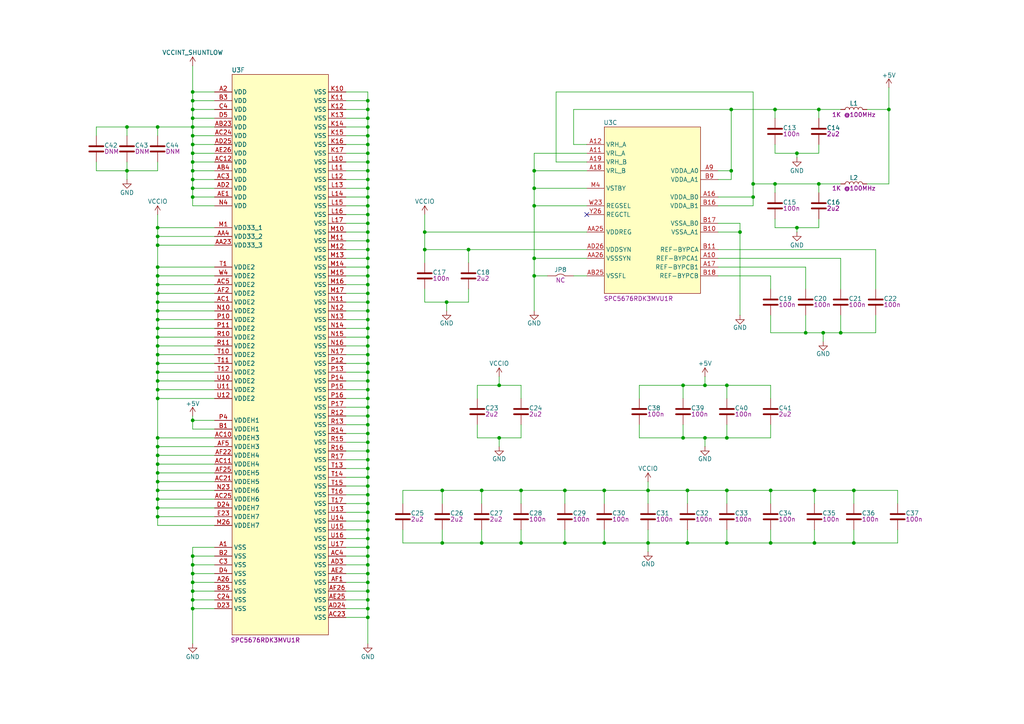
<source format=kicad_sch>
(kicad_sch (version 20231120) (generator "eeschema") (generator_version "8.0")
  (paper "A4")
  (junction (at 45.72 115.57))
  (junction (at 106.68 44.45))
  (junction (at 210.82 157.48))
  (junction (at 55.88 49.53))
  (junction (at 45.72 129.54))
  (junction (at 106.68 46.99))
  (junction (at 106.68 102.87))
  (junction (at 45.72 110.49))
  (junction (at 237.49 53.34))
  (junction (at 106.68 80.01))
  (junction (at 106.68 179.07))
  (junction (at 151.13 142.24))
  (junction (at 224.79 31.75))
  (junction (at 106.68 77.47))
  (junction (at 106.68 115.57))
  (junction (at 55.88 34.29))
  (junction (at 55.88 161.29))
  (junction (at 45.72 82.55))
  (junction (at 106.68 92.71))
  (junction (at 238.76 96.52))
  (junction (at 106.68 118.11))
  (junction (at 106.68 54.61))
  (junction (at 106.68 52.07))
  (junction (at 45.72 139.7))
  (junction (at 45.72 134.62))
  (junction (at 123.19 72.39))
  (junction (at 55.88 163.83))
  (junction (at 106.68 97.79))
  (junction (at 199.39 142.24))
  (junction (at 187.96 142.24))
  (junction (at 45.72 92.71))
  (junction (at 36.83 36.83))
  (junction (at 106.68 105.41))
  (junction (at 218.44 57.15))
  (junction (at 210.82 127))
  (junction (at 55.88 171.45))
  (junction (at 154.94 54.61))
  (junction (at 243.84 96.52))
  (junction (at 106.68 29.21))
  (junction (at 55.88 26.67))
  (junction (at 154.94 59.69))
  (junction (at 55.88 52.07))
  (junction (at 198.12 127))
  (junction (at 231.14 66.04))
  (junction (at 106.68 57.15))
  (junction (at 106.68 163.83))
  (junction (at 106.68 135.89))
  (junction (at 106.68 64.77))
  (junction (at 45.72 132.08))
  (junction (at 106.68 151.13))
  (junction (at 45.72 137.16))
  (junction (at 163.83 157.48))
  (junction (at 106.68 158.75))
  (junction (at 247.65 157.48))
  (junction (at 154.94 80.01))
  (junction (at 106.68 90.17))
  (junction (at 106.68 168.91))
  (junction (at 106.68 110.49))
  (junction (at 106.68 36.83))
  (junction (at 106.68 69.85))
  (junction (at 45.72 85.09))
  (junction (at 55.88 168.91))
  (junction (at 106.68 49.53))
  (junction (at 106.68 130.81))
  (junction (at 247.65 142.24))
  (junction (at 144.78 127))
  (junction (at 204.47 127))
  (junction (at 45.72 100.33))
  (junction (at 106.68 153.67))
  (junction (at 106.68 87.63))
  (junction (at 106.68 31.75))
  (junction (at 204.47 111.76))
  (junction (at 106.68 128.27))
  (junction (at 106.68 107.95))
  (junction (at 139.7 157.48))
  (junction (at 175.26 157.48))
  (junction (at 187.96 157.48))
  (junction (at 45.72 68.58))
  (junction (at 214.63 67.31))
  (junction (at 218.44 53.34))
  (junction (at 223.52 157.48))
  (junction (at 106.68 123.19))
  (junction (at 106.68 166.37))
  (junction (at 45.72 77.47))
  (junction (at 55.88 39.37))
  (junction (at 144.78 111.76))
  (junction (at 106.68 138.43))
  (junction (at 106.68 74.93))
  (junction (at 45.72 97.79))
  (junction (at 55.88 31.75))
  (junction (at 55.88 173.99))
  (junction (at 106.68 72.39))
  (junction (at 139.7 142.24))
  (junction (at 106.68 59.69))
  (junction (at 45.72 147.32))
  (junction (at 106.68 133.35))
  (junction (at 210.82 111.76))
  (junction (at 45.72 142.24))
  (junction (at 45.72 107.95))
  (junction (at 212.09 31.75))
  (junction (at 129.54 87.63))
  (junction (at 45.72 66.04))
  (junction (at 106.68 173.99))
  (junction (at 36.83 49.53))
  (junction (at 45.72 36.83))
  (junction (at 45.72 113.03))
  (junction (at 45.72 95.25))
  (junction (at 257.81 31.75))
  (junction (at 106.68 171.45))
  (junction (at 55.88 44.45))
  (junction (at 106.68 125.73))
  (junction (at 45.72 149.86))
  (junction (at 106.68 95.25))
  (junction (at 106.68 62.23))
  (junction (at 45.72 80.01))
  (junction (at 163.83 142.24))
  (junction (at 55.88 46.99))
  (junction (at 55.88 166.37))
  (junction (at 128.27 157.48))
  (junction (at 233.68 96.52))
  (junction (at 106.68 82.55))
  (junction (at 135.89 72.39))
  (junction (at 45.72 144.78))
  (junction (at 198.12 111.76))
  (junction (at 55.88 41.91))
  (junction (at 210.82 142.24))
  (junction (at 45.72 90.17))
  (junction (at 199.39 157.48))
  (junction (at 106.68 146.05))
  (junction (at 55.88 54.61))
  (junction (at 106.68 34.29))
  (junction (at 45.72 127))
  (junction (at 106.68 100.33))
  (junction (at 55.88 176.53))
  (junction (at 106.68 39.37))
  (junction (at 236.22 142.24))
  (junction (at 55.88 121.92))
  (junction (at 106.68 67.31))
  (junction (at 55.88 29.21))
  (junction (at 154.94 74.93))
  (junction (at 175.26 142.24))
  (junction (at 45.72 71.12))
  (junction (at 224.79 53.34))
  (junction (at 106.68 85.09))
  (junction (at 106.68 161.29))
  (junction (at 151.13 157.48))
  (junction (at 55.88 57.15))
  (junction (at 236.22 157.48))
  (junction (at 123.19 67.31))
  (junction (at 223.52 142.24))
  (junction (at 128.27 142.24))
  (junction (at 106.68 41.91))
  (junction (at 45.72 87.63))
  (junction (at 106.68 156.21))
  (junction (at 45.72 102.87))
  (junction (at 237.49 31.75))
  (junction (at 106.68 176.53))
  (junction (at 106.68 120.65))
  (junction (at 45.72 105.41))
  (junction (at 106.68 143.51))
  (junction (at 231.14 44.45))
  (junction (at 106.68 113.03))
  (junction (at 55.88 36.83))
  (junction (at 106.68 148.59))
  (junction (at 154.94 49.53))
  (junction (at 212.09 49.53))
  (junction (at 106.68 140.97))
  (no_connect (at 170.18 62.23))
  (wire (pts (xy 223.52 111.76) (xy 223.52 115.57)))
  (wire (pts (xy 55.88 57.15) (xy 55.88 59.69)))
  (wire (pts (xy 100.33 171.45) (xy 106.68 171.45)))
  (wire (pts (xy 27.94 36.83) (xy 36.83 36.83)))
  (wire (pts (xy 45.72 71.12) (xy 45.72 68.58)))
  (wire (pts (xy 106.68 57.15) (xy 106.68 59.69)))
  (wire (pts (xy 163.83 157.48) (xy 175.26 157.48)))
  (wire (pts (xy 231.14 66.04) (xy 237.49 66.04)))
  (wire (pts (xy 100.33 31.75) (xy 106.68 31.75)))
  (wire (pts (xy 100.33 44.45) (xy 106.68 44.45)))
  (wire (pts (xy 55.88 19.05) (xy 55.88 26.67)))
  (wire (pts (xy 45.72 152.4) (xy 45.72 149.86)))
  (wire (pts (xy 106.68 95.25) (xy 106.68 97.79)))
  (wire (pts (xy 247.65 142.24) (xy 260.35 142.24)))
  (wire (pts (xy 204.47 127) (xy 204.47 129.54)))
  (wire (pts (xy 100.33 125.73) (xy 106.68 125.73)))
  (wire (pts (xy 100.33 67.31) (xy 106.68 67.31)))
  (wire (pts (xy 55.88 121.92) (xy 55.88 124.46)))
  (wire (pts (xy 218.44 57.15) (xy 218.44 59.69)))
  (wire (pts (xy 45.72 97.79) (xy 62.23 97.79)))
  (wire (pts (xy 45.72 92.71) (xy 45.72 90.17)))
  (wire (pts (xy 204.47 127) (xy 210.82 127)))
  (wire (pts (xy 55.88 173.99) (xy 62.23 173.99)))
  (wire (pts (xy 151.13 127) (xy 151.13 123.19)))
  (wire (pts (xy 185.42 115.57) (xy 185.42 111.76)))
  (wire (pts (xy 106.68 135.89) (xy 106.68 138.43)))
  (wire (pts (xy 55.88 166.37) (xy 55.88 168.91)))
  (wire (pts (xy 212.09 49.53) (xy 212.09 31.75)))
  (wire (pts (xy 55.88 176.53) (xy 62.23 176.53)))
  (wire (pts (xy 106.68 92.71) (xy 106.68 95.25)))
  (wire (pts (xy 224.79 31.75) (xy 224.79 34.29)))
  (wire (pts (xy 100.33 128.27) (xy 106.68 128.27)))
  (wire (pts (xy 175.26 142.24) (xy 187.96 142.24)))
  (wire (pts (xy 100.33 54.61) (xy 106.68 54.61)))
  (wire (pts (xy 151.13 157.48) (xy 163.83 157.48)))
  (wire (pts (xy 100.33 74.93) (xy 106.68 74.93)))
  (wire (pts (xy 100.33 34.29) (xy 106.68 34.29)))
  (wire (pts (xy 236.22 142.24) (xy 247.65 142.24)))
  (wire (pts (xy 27.94 46.99) (xy 27.94 49.53)))
  (wire (pts (xy 100.33 102.87) (xy 106.68 102.87)))
  (wire (pts (xy 237.49 53.34) (xy 243.84 53.34)))
  (wire (pts (xy 45.72 66.04) (xy 45.72 68.58)))
  (wire (pts (xy 154.94 74.93) (xy 154.94 80.01)))
  (wire (pts (xy 100.33 29.21) (xy 106.68 29.21)))
  (wire (pts (xy 163.83 142.24) (xy 163.83 146.05)))
  (wire (pts (xy 154.94 49.53) (xy 170.18 49.53)))
  (wire (pts (xy 199.39 142.24) (xy 199.39 146.05)))
  (wire (pts (xy 100.33 115.57) (xy 106.68 115.57)))
  (wire (pts (xy 45.72 105.41) (xy 62.23 105.41)))
  (wire (pts (xy 100.33 113.03) (xy 106.68 113.03)))
  (wire (pts (xy 100.33 107.95) (xy 106.68 107.95)))
  (wire (pts (xy 208.28 72.39) (xy 254 72.39)))
  (wire (pts (xy 237.49 31.75) (xy 237.49 34.29)))
  (wire (pts (xy 100.33 151.13) (xy 106.68 151.13)))
  (wire (pts (xy 106.68 62.23) (xy 106.68 64.77)))
  (wire (pts (xy 62.23 152.4) (xy 45.72 152.4)))
  (wire (pts (xy 166.37 80.01) (xy 170.18 80.01)))
  (wire (pts (xy 123.19 87.63) (xy 129.54 87.63)))
  (wire (pts (xy 106.68 77.47) (xy 106.68 80.01)))
  (wire (pts (xy 154.94 59.69) (xy 154.94 74.93)))
  (wire (pts (xy 100.33 123.19) (xy 106.68 123.19)))
  (wire (pts (xy 45.72 62.23) (xy 45.72 66.04)))
  (wire (pts (xy 100.33 148.59) (xy 106.68 148.59)))
  (wire (pts (xy 100.33 153.67) (xy 106.68 153.67)))
  (wire (pts (xy 185.42 127) (xy 198.12 127)))
  (wire (pts (xy 236.22 153.67) (xy 236.22 157.48)))
  (wire (pts (xy 55.88 158.75) (xy 55.88 161.29)))
  (wire (pts (xy 175.26 142.24) (xy 175.26 146.05)))
  (wire (pts (xy 55.88 34.29) (xy 55.88 36.83)))
  (wire (pts (xy 45.72 132.08) (xy 62.23 132.08)))
  (wire (pts (xy 100.33 176.53) (xy 106.68 176.53)))
  (wire (pts (xy 106.68 44.45) (xy 106.68 46.99)))
  (wire (pts (xy 100.33 64.77) (xy 106.68 64.77)))
  (wire (pts (xy 154.94 59.69) (xy 170.18 59.69)))
  (wire (pts (xy 208.28 74.93) (xy 243.84 74.93)))
  (wire (pts (xy 128.27 153.67) (xy 128.27 157.48)))
  (wire (pts (xy 100.33 138.43) (xy 106.68 138.43)))
  (wire (pts (xy 45.72 132.08) (xy 45.72 129.54)))
  (wire (pts (xy 55.88 46.99) (xy 55.88 49.53)))
  (wire (pts (xy 45.72 71.12) (xy 62.23 71.12)))
  (wire (pts (xy 138.43 123.19) (xy 138.43 127)))
  (wire (pts (xy 251.46 31.75) (xy 257.81 31.75)))
  (wire (pts (xy 100.33 168.91) (xy 106.68 168.91)))
  (wire (pts (xy 260.35 142.24) (xy 260.35 146.05)))
  (wire (pts (xy 100.33 69.85) (xy 106.68 69.85)))
  (wire (pts (xy 106.68 151.13) (xy 106.68 153.67)))
  (wire (pts (xy 55.88 168.91) (xy 62.23 168.91)))
  (wire (pts (xy 45.72 49.53) (xy 45.72 46.99)))
  (wire (pts (xy 45.72 139.7) (xy 62.23 139.7)))
  (wire (pts (xy 45.72 147.32) (xy 45.72 144.78)))
  (wire (pts (xy 223.52 142.24) (xy 236.22 142.24)))
  (wire (pts (xy 45.72 129.54) (xy 45.72 127)))
  (wire (pts (xy 100.33 110.49) (xy 106.68 110.49)))
  (wire (pts (xy 55.88 34.29) (xy 62.23 34.29)))
  (wire (pts (xy 154.94 54.61) (xy 154.94 59.69)))
  (wire (pts (xy 45.72 144.78) (xy 45.72 142.24)))
  (wire (pts (xy 55.88 161.29) (xy 55.88 163.83)))
  (wire (pts (xy 128.27 157.48) (xy 139.7 157.48)))
  (wire (pts (xy 106.68 102.87) (xy 106.68 105.41)))
  (wire (pts (xy 233.68 91.44) (xy 233.68 96.52)))
  (wire (pts (xy 224.79 53.34) (xy 237.49 53.34)))
  (wire (pts (xy 210.82 142.24) (xy 210.82 146.05)))
  (wire (pts (xy 100.33 135.89) (xy 106.68 135.89)))
  (wire (pts (xy 212.09 49.53) (xy 208.28 49.53)))
  (wire (pts (xy 257.81 31.75) (xy 257.81 53.34)))
  (wire (pts (xy 55.88 41.91) (xy 62.23 41.91)))
  (wire (pts (xy 260.35 157.48) (xy 260.35 153.67)))
  (wire (pts (xy 100.33 120.65) (xy 106.68 120.65)))
  (wire (pts (xy 187.96 139.7) (xy 187.96 142.24)))
  (wire (pts (xy 55.88 39.37) (xy 55.88 41.91)))
  (wire (pts (xy 223.52 127) (xy 223.52 123.19)))
  (wire (pts (xy 106.68 31.75) (xy 106.68 34.29)))
  (wire (pts (xy 55.88 173.99) (xy 55.88 176.53)))
  (wire (pts (xy 116.84 142.24) (xy 116.84 146.05)))
  (wire (pts (xy 247.65 153.67) (xy 247.65 157.48)))
  (wire (pts (xy 55.88 161.29) (xy 62.23 161.29)))
  (wire (pts (xy 100.33 95.25) (xy 106.68 95.25)))
  (wire (pts (xy 55.88 31.75) (xy 62.23 31.75)))
  (wire (pts (xy 199.39 157.48) (xy 210.82 157.48)))
  (wire (pts (xy 135.89 72.39) (xy 135.89 76.2)))
  (wire (pts (xy 100.33 80.01) (xy 106.68 80.01)))
  (wire (pts (xy 175.26 157.48) (xy 187.96 157.48)))
  (wire (pts (xy 139.7 142.24) (xy 151.13 142.24)))
  (wire (pts (xy 100.33 36.83) (xy 106.68 36.83)))
  (wire (pts (xy 154.94 54.61) (xy 170.18 54.61)))
  (wire (pts (xy 45.72 144.78) (xy 62.23 144.78)))
  (wire (pts (xy 106.68 168.91) (xy 106.68 171.45)))
  (wire (pts (xy 27.94 49.53) (xy 36.83 49.53)))
  (wire (pts (xy 100.33 166.37) (xy 106.68 166.37)))
  (wire (pts (xy 237.49 31.75) (xy 243.84 31.75)))
  (wire (pts (xy 187.96 157.48) (xy 199.39 157.48)))
  (wire (pts (xy 116.84 153.67) (xy 116.84 157.48)))
  (wire (pts (xy 106.68 34.29) (xy 106.68 36.83)))
  (wire (pts (xy 55.88 54.61) (xy 62.23 54.61)))
  (wire (pts (xy 45.72 82.55) (xy 62.23 82.55)))
  (wire (pts (xy 55.88 171.45) (xy 55.88 173.99)))
  (wire (pts (xy 100.33 173.99) (xy 106.68 173.99)))
  (wire (pts (xy 62.23 129.54) (xy 45.72 129.54)))
  (wire (pts (xy 106.68 163.83) (xy 106.68 166.37)))
  (wire (pts (xy 106.68 29.21) (xy 106.68 31.75)))
  (wire (pts (xy 123.19 67.31) (xy 170.18 67.31)))
  (wire (pts (xy 45.72 100.33) (xy 45.72 97.79)))
  (wire (pts (xy 100.33 57.15) (xy 106.68 57.15)))
  (wire (pts (xy 106.68 97.79) (xy 106.68 100.33)))
  (wire (pts (xy 212.09 31.75) (xy 166.37 31.75)))
  (wire (pts (xy 45.72 95.25) (xy 62.23 95.25)))
  (wire (pts (xy 106.68 87.63) (xy 106.68 90.17)))
  (wire (pts (xy 208.28 77.47) (xy 233.68 77.47)))
  (wire (pts (xy 185.42 111.76) (xy 198.12 111.76)))
  (wire (pts (xy 45.72 110.49) (xy 62.23 110.49)))
  (wire (pts (xy 100.33 156.21) (xy 106.68 156.21)))
  (wire (pts (xy 106.68 54.61) (xy 106.68 57.15)))
  (wire (pts (xy 151.13 142.24) (xy 151.13 146.05)))
  (wire (pts (xy 45.72 134.62) (xy 62.23 134.62)))
  (wire (pts (xy 144.78 127) (xy 151.13 127)))
  (wire (pts (xy 106.68 130.81) (xy 106.68 133.35)))
  (wire (pts (xy 45.72 139.7) (xy 45.72 137.16)))
  (wire (pts (xy 187.96 157.48) (xy 187.96 160.02)))
  (wire (pts (xy 100.33 85.09) (xy 106.68 85.09)))
  (wire (pts (xy 100.33 82.55) (xy 106.68 82.55)))
  (wire (pts (xy 106.68 72.39) (xy 106.68 74.93)))
  (wire (pts (xy 100.33 90.17) (xy 106.68 90.17)))
  (wire (pts (xy 161.29 26.67) (xy 161.29 46.99)))
  (wire (pts (xy 257.81 25.4) (xy 257.81 31.75)))
  (wire (pts (xy 45.72 137.16) (xy 62.23 137.16)))
  (wire (pts (xy 212.09 52.07) (xy 212.09 49.53)))
  (wire (pts (xy 139.7 153.67) (xy 139.7 157.48)))
  (wire (pts (xy 116.84 142.24) (xy 128.27 142.24)))
  (wire (pts (xy 106.68 153.67) (xy 106.68 156.21)))
  (wire (pts (xy 233.68 96.52) (xy 238.76 96.52)))
  (wire (pts (xy 161.29 46.99) (xy 170.18 46.99)))
  (wire (pts (xy 199.39 142.24) (xy 210.82 142.24)))
  (wire (pts (xy 45.72 85.09) (xy 45.72 82.55)))
  (wire (pts (xy 36.83 36.83) (xy 45.72 36.83)))
  (wire (pts (xy 100.33 161.29) (xy 106.68 161.29)))
  (wire (pts (xy 45.72 127) (xy 45.72 115.57)))
  (wire (pts (xy 100.33 146.05) (xy 106.68 146.05)))
  (wire (pts (xy 106.68 161.29) (xy 106.68 163.83)))
  (wire (pts (xy 224.79 44.45) (xy 231.14 44.45)))
  (wire (pts (xy 163.83 142.24) (xy 175.26 142.24)))
  (wire (pts (xy 45.72 142.24) (xy 45.72 139.7)))
  (wire (pts (xy 45.72 113.03) (xy 62.23 113.03)))
  (wire (pts (xy 106.68 64.77) (xy 106.68 67.31)))
  (wire (pts (xy 198.12 111.76) (xy 198.12 115.57)))
  (wire (pts (xy 144.78 109.22) (xy 144.78 111.76)))
  (wire (pts (xy 55.88 120.65) (xy 55.88 121.92)))
  (wire (pts (xy 100.33 118.11) (xy 106.68 118.11)))
  (wire (pts (xy 45.72 80.01) (xy 45.72 77.47)))
  (wire (pts (xy 55.88 36.83) (xy 55.88 39.37)))
  (wire (pts (xy 218.44 26.67) (xy 218.44 53.34)))
  (wire (pts (xy 237.49 53.34) (xy 237.49 55.88)))
  (wire (pts (xy 106.68 39.37) (xy 106.68 41.91)))
  (wire (pts (xy 198.12 127) (xy 204.47 127)))
  (wire (pts (xy 187.96 142.24) (xy 199.39 142.24)))
  (wire (pts (xy 106.68 138.43) (xy 106.68 140.97)))
  (wire (pts (xy 236.22 157.48) (xy 247.65 157.48)))
  (wire (pts (xy 123.19 62.23) (xy 123.19 67.31)))
  (wire (pts (xy 45.72 147.32) (xy 62.23 147.32)))
  (wire (pts (xy 100.33 49.53) (xy 106.68 49.53)))
  (wire (pts (xy 106.68 120.65) (xy 106.68 123.19)))
  (wire (pts (xy 55.88 171.45) (xy 62.23 171.45)))
  (wire (pts (xy 210.82 111.76) (xy 210.82 115.57)))
  (wire (pts (xy 231.14 44.45) (xy 231.14 45.72)))
  (wire (pts (xy 55.88 31.75) (xy 55.88 34.29)))
  (wire (pts (xy 224.79 66.04) (xy 231.14 66.04)))
  (wire (pts (xy 236.22 142.24) (xy 236.22 146.05)))
  (wire (pts (xy 123.19 72.39) (xy 123.19 76.2)))
  (wire (pts (xy 55.88 176.53) (xy 55.88 186.69)))
  (wire (pts (xy 106.68 143.51) (xy 106.68 146.05)))
  (wire (pts (xy 45.72 77.47) (xy 45.72 71.12)))
  (wire (pts (xy 106.68 128.27) (xy 106.68 130.81)))
  (wire (pts (xy 55.88 166.37) (xy 62.23 166.37)))
  (wire (pts (xy 45.72 80.01) (xy 62.23 80.01)))
  (wire (pts (xy 45.72 102.87) (xy 45.72 100.33)))
  (wire (pts (xy 106.68 146.05) (xy 106.68 148.59)))
  (wire (pts (xy 106.68 85.09) (xy 106.68 87.63)))
  (wire (pts (xy 45.72 134.62) (xy 45.72 132.08)))
  (wire (pts (xy 212.09 52.07) (xy 208.28 52.07)))
  (wire (pts (xy 128.27 142.24) (xy 128.27 146.05)))
  (wire (pts (xy 151.13 111.76) (xy 151.13 115.57)))
  (wire (pts (xy 208.28 57.15) (xy 218.44 57.15)))
  (wire (pts (xy 254 96.52) (xy 254 91.44)))
  (wire (pts (xy 36.83 36.83) (xy 36.83 39.37)))
  (wire (pts (xy 45.72 102.87) (xy 62.23 102.87)))
  (wire (pts (xy 106.68 49.53) (xy 106.68 52.07)))
  (wire (pts (xy 210.82 127) (xy 223.52 127)))
  (wire (pts (xy 106.68 107.95) (xy 106.68 110.49)))
  (wire (pts (xy 224.79 66.04) (xy 224.79 63.5)))
  (wire (pts (xy 154.94 80.01) (xy 154.94 90.17)))
  (wire (pts (xy 106.68 156.21) (xy 106.68 158.75)))
  (wire (pts (xy 129.54 87.63) (xy 135.89 87.63)))
  (wire (pts (xy 45.72 90.17) (xy 62.23 90.17)))
  (wire (pts (xy 100.33 77.47) (xy 106.68 77.47)))
  (wire (pts (xy 231.14 66.04) (xy 231.14 67.31)))
  (wire (pts (xy 116.84 157.48) (xy 128.27 157.48)))
  (wire (pts (xy 100.33 62.23) (xy 106.68 62.23)))
  (wire (pts (xy 100.33 143.51) (xy 106.68 143.51)))
  (wire (pts (xy 45.72 149.86) (xy 62.23 149.86)))
  (wire (pts (xy 45.72 85.09) (xy 62.23 85.09)))
  (wire (pts (xy 163.83 153.67) (xy 163.83 157.48)))
  (wire (pts (xy 45.72 87.63) (xy 62.23 87.63)))
  (wire (pts (xy 247.65 157.48) (xy 260.35 157.48)))
  (wire (pts (xy 45.72 82.55) (xy 45.72 80.01)))
  (wire (pts (xy 45.72 100.33) (xy 62.23 100.33)))
  (wire (pts (xy 106.68 74.93) (xy 106.68 77.47)))
  (wire (pts (xy 154.94 49.53) (xy 154.94 54.61)))
  (wire (pts (xy 208.28 67.31) (xy 214.63 67.31)))
  (wire (pts (xy 106.68 123.19) (xy 106.68 125.73)))
  (wire (pts (xy 100.33 158.75) (xy 106.68 158.75)))
  (wire (pts (xy 106.68 41.91) (xy 106.68 44.45)))
  (wire (pts (xy 138.43 127) (xy 144.78 127)))
  (wire (pts (xy 45.72 105.41) (xy 45.72 102.87)))
  (wire (pts (xy 243.84 91.44) (xy 243.84 96.52)))
  (wire (pts (xy 166.37 41.91) (xy 170.18 41.91)))
  (wire (pts (xy 55.88 163.83) (xy 55.88 166.37)))
  (wire (pts (xy 55.88 168.91) (xy 55.88 171.45)))
  (wire (pts (xy 55.88 44.45) (xy 55.88 46.99)))
  (wire (pts (xy 106.68 26.67) (xy 106.68 29.21)))
  (wire (pts (xy 45.72 142.24) (xy 62.23 142.24)))
  (wire (pts (xy 129.54 87.63) (xy 129.54 90.17)))
  (wire (pts (xy 224.79 53.34) (xy 224.79 55.88)))
  (wire (pts (xy 36.83 46.99) (xy 36.83 49.53)))
  (wire (pts (xy 237.49 44.45) (xy 237.49 41.91)))
  (wire (pts (xy 62.23 115.57) (xy 45.72 115.57)))
  (wire (pts (xy 210.82 153.67) (xy 210.82 157.48)))
  (wire (pts (xy 223.52 80.01) (xy 223.52 83.82)))
  (wire (pts (xy 233.68 77.47) (xy 233.68 83.82)))
  (wire (pts (xy 55.88 26.67) (xy 62.23 26.67)))
  (wire (pts (xy 100.33 97.79) (xy 106.68 97.79)))
  (wire (pts (xy 45.72 113.03) (xy 45.72 110.49)))
  (wire (pts (xy 106.68 110.49) (xy 106.68 113.03)))
  (wire (pts (xy 55.88 29.21) (xy 55.88 31.75)))
  (wire (pts (xy 100.33 92.71) (xy 106.68 92.71)))
  (wire (pts (xy 198.12 111.76) (xy 204.47 111.76)))
  (wire (pts (xy 106.68 158.75) (xy 106.68 161.29)))
  (wire (pts (xy 100.33 41.91) (xy 106.68 41.91)))
  (wire (pts (xy 106.68 67.31) (xy 106.68 69.85)))
  (wire (pts (xy 100.33 130.81) (xy 106.68 130.81)))
  (wire (pts (xy 254 72.39) (xy 254 83.82)))
  (wire (pts (xy 45.72 115.57) (xy 45.72 113.03)))
  (wire (pts (xy 151.13 153.67) (xy 151.13 157.48)))
  (wire (pts (xy 106.68 140.97) (xy 106.68 143.51)))
  (wire (pts (xy 208.28 64.77) (xy 214.63 64.77)))
  (wire (pts (xy 45.72 68.58) (xy 62.23 68.58)))
  (wire (pts (xy 212.09 31.75) (xy 224.79 31.75)))
  (wire (pts (xy 62.23 66.04) (xy 45.72 66.04)))
  (wire (pts (xy 106.68 80.01) (xy 106.68 82.55)))
  (wire (pts (xy 106.68 46.99) (xy 106.68 49.53)))
  (wire (pts (xy 27.94 36.83) (xy 27.94 39.37)))
  (wire (pts (xy 106.68 115.57) (xy 106.68 118.11)))
  (wire (pts (xy 55.88 121.92) (xy 62.23 121.92)))
  (wire (pts (xy 100.33 87.63) (xy 106.68 87.63)))
  (wire (pts (xy 223.52 142.24) (xy 223.52 146.05)))
  (wire (pts (xy 210.82 111.76) (xy 223.52 111.76)))
  (wire (pts (xy 218.44 53.34) (xy 224.79 53.34)))
  (wire (pts (xy 185.42 123.19) (xy 185.42 127)))
  (wire (pts (xy 210.82 123.19) (xy 210.82 127)))
  (wire (pts (xy 139.7 157.48) (xy 151.13 157.48)))
  (wire (pts (xy 45.72 77.47) (xy 62.23 77.47)))
  (wire (pts (xy 175.26 153.67) (xy 175.26 157.48)))
  (wire (pts (xy 238.76 96.52) (xy 238.76 99.06)))
  (wire (pts (xy 106.68 52.07) (xy 106.68 54.61)))
  (wire (pts (xy 62.23 127) (xy 45.72 127)))
  (wire (pts (xy 204.47 109.22) (xy 204.47 111.76)))
  (wire (pts (xy 106.68 173.99) (xy 106.68 176.53)))
  (wire (pts (xy 100.33 140.97) (xy 106.68 140.97)))
  (wire (pts (xy 106.68 90.17) (xy 106.68 92.71)))
  (wire (pts (xy 170.18 44.45) (xy 154.94 44.45)))
  (wire (pts (xy 210.82 142.24) (xy 223.52 142.24)))
  (wire (pts (xy 100.33 133.35) (xy 106.68 133.35)))
  (wire (pts (xy 237.49 66.04) (xy 237.49 63.5)))
  (wire (pts (xy 154.94 44.45) (xy 154.94 49.53)))
  (wire (pts (xy 199.39 153.67) (xy 199.39 157.48)))
  (wire (pts (xy 55.88 52.07) (xy 62.23 52.07)))
  (wire (pts (xy 45.72 107.95) (xy 62.23 107.95)))
  (wire (pts (xy 106.68 133.35) (xy 106.68 135.89)))
  (wire (pts (xy 208.28 80.01) (xy 223.52 80.01)))
  (wire (pts (xy 55.88 54.61) (xy 55.88 57.15)))
  (wire (pts (xy 106.68 59.69) (xy 106.68 62.23)))
  (wire (pts (xy 55.88 57.15) (xy 62.23 57.15)))
  (wire (pts (xy 247.65 142.24) (xy 247.65 146.05)))
  (wire (pts (xy 100.33 100.33) (xy 106.68 100.33)))
  (wire (pts (xy 106.68 179.07) (xy 106.68 186.69)))
  (wire (pts (xy 223.52 91.44) (xy 223.52 96.52)))
  (wire (pts (xy 223.52 157.48) (xy 236.22 157.48)))
  (wire (pts (xy 218.44 26.67) (xy 161.29 26.67)))
  (wire (pts (xy 55.88 44.45) (xy 62.23 44.45)))
  (wire (pts (xy 243.84 74.93) (xy 243.84 83.82)))
  (wire (pts (xy 204.47 111.76) (xy 210.82 111.76)))
  (wire (pts (xy 139.7 146.05) (xy 139.7 142.24)))
  (wire (pts (xy 100.33 179.07) (xy 106.68 179.07)))
  (wire (pts (xy 223.52 96.52) (xy 233.68 96.52)))
  (wire (pts (xy 45.72 90.17) (xy 45.72 87.63)))
  (wire (pts (xy 106.68 148.59) (xy 106.68 151.13)))
  (wire (pts (xy 100.33 46.99) (xy 106.68 46.99)))
  (wire (pts (xy 45.72 87.63) (xy 45.72 85.09)))
  (wire (pts (xy 151.13 142.24) (xy 163.83 142.24)))
  (wire (pts (xy 135.89 87.63) (xy 135.89 83.82)))
  (wire (pts (xy 123.19 67.31) (xy 123.19 72.39)))
  (wire (pts (xy 100.33 72.39) (xy 106.68 72.39)))
  (wire (pts (xy 123.19 83.82) (xy 123.19 87.63)))
  (wire (pts (xy 154.94 80.01) (xy 158.75 80.01)))
  (wire (pts (xy 45.72 137.16) (xy 45.72 134.62)))
  (wire (pts (xy 123.19 72.39) (xy 135.89 72.39)))
  (wire (pts (xy 223.52 153.67) (xy 223.52 157.48)))
  (wire (pts (xy 187.96 142.24) (xy 187.96 146.05)))
  (wire (pts (xy 55.88 49.53) (xy 55.88 52.07)))
  (wire (pts (xy 45.72 36.83) (xy 45.72 39.37)))
  (wire (pts (xy 36.83 49.53) (xy 36.83 52.07)))
  (wire (pts (xy 106.68 69.85) (xy 106.68 72.39)))
  (wire (pts (xy 100.33 39.37) (xy 106.68 39.37)))
  (wire (pts (xy 106.68 113.03) (xy 106.68 115.57)))
  (wire (pts (xy 144.78 111.76) (xy 151.13 111.76)))
  (wire (pts (xy 154.94 74.93) (xy 170.18 74.93)))
  (wire (pts (xy 106.68 166.37) (xy 106.68 168.91)))
  (wire (pts (xy 214.63 64.77) (xy 214.63 67.31)))
  (wire (pts (xy 45.72 110.49) (xy 45.72 107.95)))
  (wire (pts (xy 100.33 59.69) (xy 106.68 59.69)))
  (wire (pts (xy 106.68 118.11) (xy 106.68 120.65)))
  (wire (pts (xy 55.88 49.53) (xy 62.23 49.53)))
  (wire (pts (xy 45.72 95.25) (xy 45.72 92.71)))
  (wire (pts (xy 100.33 105.41) (xy 106.68 105.41)))
  (wire (pts (xy 224.79 41.91) (xy 224.79 44.45)))
  (wire (pts (xy 231.14 44.45) (xy 237.49 44.45)))
  (wire (pts (xy 187.96 153.67) (xy 187.96 157.48)))
  (wire (pts (xy 45.72 36.83) (xy 55.88 36.83)))
  (wire (pts (xy 55.88 46.99) (xy 62.23 46.99)))
  (wire (pts (xy 55.88 59.69) (xy 62.23 59.69)))
  (wire (pts (xy 218.44 59.69) (xy 208.28 59.69)))
  (wire (pts (xy 106.68 82.55) (xy 106.68 85.09)))
  (wire (pts (xy 218.44 53.34) (xy 218.44 57.15)))
  (wire (pts (xy 170.18 72.39) (xy 135.89 72.39)))
  (wire (pts (xy 55.88 52.07) (xy 55.88 54.61)))
  (wire (pts (xy 106.68 176.53) (xy 106.68 179.07)))
  (wire (pts (xy 55.88 41.91) (xy 55.88 44.45)))
  (wire (pts (xy 45.72 97.79) (xy 45.72 95.25)))
  (wire (pts (xy 198.12 123.19) (xy 198.12 127)))
  (wire (pts (xy 100.33 52.07) (xy 106.68 52.07)))
  (wire (pts (xy 45.72 149.86) (xy 45.72 147.32)))
  (wire (pts (xy 106.68 171.45) (xy 106.68 173.99)))
  (wire (pts (xy 55.88 26.67) (xy 55.88 29.21)))
  (wire (pts (xy 106.68 105.41) (xy 106.68 107.95)))
  (wire (pts (xy 55.88 39.37) (xy 62.23 39.37)))
  (wire (pts (xy 138.43 115.57) (xy 138.43 111.76)))
  (wire (pts (xy 243.84 96.52) (xy 254 96.52)))
  (wire (pts (xy 100.33 163.83) (xy 106.68 163.83)))
  (wire (pts (xy 55.88 158.75) (xy 62.23 158.75)))
  (wire (pts (xy 62.23 124.46) (xy 55.88 124.46)))
  (wire (pts (xy 45.72 107.95) (xy 45.72 105.41)))
  (wire (pts (xy 106.68 100.33) (xy 106.68 102.87)))
  (wire (pts (xy 144.78 127) (xy 144.78 129.54)))
  (wire (pts (xy 166.37 31.75) (xy 166.37 41.91)))
  (wire (pts (xy 138.43 111.76) (xy 144.78 111.76)))
  (wire (pts (xy 36.83 49.53) (xy 45.72 49.53)))
  (wire (pts (xy 55.88 163.83) (xy 62.23 163.83)))
  (wire (pts (xy 106.68 36.83) (xy 106.68 39.37)))
  (wire (pts (xy 251.46 53.34) (xy 257.81 53.34)))
  (wire (pts (xy 100.33 26.67) (xy 106.68 26.67)))
  (wire (pts (xy 210.82 157.48) (xy 223.52 157.48)))
  (wire (pts (xy 106.68 125.73) (xy 106.68 128.27)))
  (wire (pts (xy 128.27 142.24) (xy 139.7 142.24)))
  (wire (pts (xy 55.88 36.83) (xy 62.23 36.83)))
  (wire (pts (xy 55.88 29.21) (xy 62.23 29.21)))
  (wire (pts (xy 45.72 92.71) (xy 62.23 92.71)))
  (wire (pts (xy 214.63 67.31) (xy 214.63 91.44)))
  (wire (pts (xy 224.79 31.75) (xy 237.49 31.75)))
  (wire (pts (xy 238.76 96.52) (xy 243.84 96.52)))
  (symbol (lib_id "power:VCC") (at 257.81 25.4 0) (unit 1)
    (property "Reference" "#PWR045" (effects (hide yes)))
    (property "Value" "+5V" (at 257.81 21.844 0))
    (property "Description" "Power symbol creates a global label with name \"VCC\"" (effects (hide yes)))
  )
  (symbol (lib_id "nae_caps:CAP_100n_16V_0402") (at 233.68 87.63 90) (unit 1)
    (property "Reference" "C20" (at 235.966 86.614 90) (effects (justify right)))
    (property "Value" "CAP_100n_16V_0402" (effects (hide yes)))
    (property "Footprint" "Capacitor_SMD:C_0402_1005Metric" (effects (hide yes)))
    (property "Datasheet" "https://www.yageo.com/upload/media/product/productsearch/datasheet/mlcc/UPY-GPHC_X7R_6.3V-to-250V_24.pdf" (effects (hide yes)))
    (property "Description" "CAP CER 0.1UF 16V X7R 0402" (effects (hide yes)))
    (property "Display Value" "100n" (at 235.966 88.392 90) (effects (justify right)))
    (property "Manufacturer" "YAGEO" (effects (hide yes)))
    (property "Manufacturer Part Number" "CC0402KRX7R7BB104" (effects (hide yes)))
    (property "Supplier 1" "DigiKey" (effects (hide yes)))
    (property "Supplier 1 Part Number" "311-1338-1-ND" (effects (hide yes)))
  )
  (symbol (lib_id "power:GND") (at 231.14 45.72 0) (unit 1)
    (property "Reference" "#PWR044" (effects (hide yes)))
    (property "Value" "GND" (at 231.14 49.53 0))
    (property "Description" "Power symbol creates a global label with name \"GND\" , ground" (effects (hide yes)))
  )
  (symbol (lib_id "power:GND") (at 231.14 67.31 0) (unit 1)
    (property "Reference" "#PWR043" (effects (hide yes)))
    (property "Value" "GND" (at 231.14 71.12 0))
    (property "Description" "Power symbol creates a global label with name \"GND\" , ground" (effects (hide yes)))
  )
  (symbol (lib_id "power:GND") (at 106.68 186.69 0) (unit 1)
    (property "Reference" "#PWR033" (effects (hide yes)))
    (property "Value" "GND" (at 106.68 190.5 0))
    (property "Description" "Power symbol creates a global label with name \"GND\" , ground" (effects (hide yes)))
  )
  (symbol (lib_id "tutorial_2_library:CAP_DNM_0402") (at 36.83 43.18 90) (unit 1)
    (property "Reference" "C43" (at 39.116 42.164 90) (effects (justify right)))
    (property "Value" "CAP_DNM_0402" (effects (hide yes)))
    (property "Footprint" "Capacitor_SMD:C_0402_1005Metric" (effects (hide yes)))
    (property "Datasheet" "https://www.yageo.com/upload/media/product/productsearch/datasheet/mlcc/UPY-GPHC_X7R_6.3V-to-250V_24.pdf" (effects (hide yes)))
    (property "Description" "CAP CER 0402" (effects (hide yes)))
    (property "Display Value" "DNM" (at 39.116 43.942 90) (effects (justify right)))
    (property "Manufacturer" "YAGEO" (effects (hide yes)))
  )
  (symbol (lib_id "power:GND") (at 238.76 99.06 0) (unit 1)
    (property "Reference" "#PWR041" (effects (hide yes)))
    (property "Value" "GND" (at 238.76 102.616 0))
    (property "Description" "Power symbol creates a global label with name \"GND\" , ground" (effects (hide yes)))
  )
  (symbol (lib_id "power:GND") (at 154.94 90.17 0) (unit 1)
    (property "Reference" "#PWR038" (effects (hide yes)))
    (property "Value" "GND" (at 154.94 93.726 0))
    (property "Description" "Power symbol creates a global label with name \"GND\" , ground" (effects (hide yes)))
  )
  (symbol (lib_id "tutorial_2_library:CAP_DNM_0402") (at 27.94 43.18 90) (unit 1)
    (property "Reference" "C42" (at 30.226 42.164 90) (effects (justify right)))
    (property "Value" "CAP_DNM_0402" (effects (hide yes)))
    (property "Footprint" "Capacitor_SMD:C_0402_1005Metric" (effects (hide yes)))
    (property "Datasheet" "https://www.yageo.com/upload/media/product/productsearch/datasheet/mlcc/UPY-GPHC_X7R_6.3V-to-250V_24.pdf" (effects (hide yes)))
    (property "Description" "CAP CER 0402" (effects (hide yes)))
    (property "Display Value" "DNM" (at 30.226 43.942 90) (effects (justify right)))
    (property "Manufacturer" "YAGEO" (effects (hide yes)))
  )
  (symbol (lib_id "nae_caps:CAP_2u2_10V_0603") (at 237.49 59.69 90) (unit 1)
    (property "Reference" "C16" (at 239.776 58.674 90) (effects (justify right)))
    (property "Value" "CAP_2u2_10V_0603" (effects (hide yes)))
    (property "Footprint" "Capacitor_SMD:C_0603_1608Metric" (effects (hide yes)))
    (property "Datasheet" "https://www.yageo.com/upload/media/product/productsearch/datasheet/mlcc/UPY-GPHC_X7R_6.3V-to-250V_24.pdf" (effects (hide yes)))
    (property "Description" "CAP CER 2.2UF 10V X7R 0603" (effects (hide yes)))
    (property "Display Value" "2u2" (at 239.776 60.452 90) (effects (justify right)))
    (property "Manufacturer" "YAGEO" (effects (hide yes)))
    (property "Manufacturer Part Number" "CC0603KPX7R6BB225" (effects (hide yes)))
    (property "Supplier 1" "DigiKey" (effects (hide yes)))
    (property "Supplier 1 Part Number" "13-CC0603KPX7R6BB225CT-ND" (effects (hide yes)))
    (property "Supplier 2" "no_data" (effects (hide yes)))
    (property "Supplier 2 Part Number" "no_data" (effects (hide yes)))
  )
  (symbol (lib_id "tutorial_2_library:CAP_DNM_0402") (at 45.72 43.18 90) (unit 1)
    (property "Reference" "C44" (at 48.006 42.164 90) (effects (justify right)))
    (property "Value" "CAP_DNM_0402" (effects (hide yes)))
    (property "Footprint" "Capacitor_SMD:C_0402_1005Metric" (effects (hide yes)))
    (property "Datasheet" "https://www.yageo.com/upload/media/product/productsearch/datasheet/mlcc/UPY-GPHC_X7R_6.3V-to-250V_24.pdf" (effects (hide yes)))
    (property "Description" "CAP CER 0402" (effects (hide yes)))
    (property "Display Value" "DNM" (at 48.006 43.942 90) (effects (justify right)))
    (property "Manufacturer" "YAGEO" (effects (hide yes)))
  )
  (symbol (lib_id "nae_caps:CAP_100n_16V_0402") (at 123.19 80.01 90) (unit 1)
    (property "Reference" "C17" (at 125.476 78.994 90) (effects (justify right)))
    (property "Value" "CAP_100n_16V_0402" (effects (hide yes)))
    (property "Footprint" "Capacitor_SMD:C_0402_1005Metric" (effects (hide yes)))
    (property "Datasheet" "https://www.yageo.com/upload/media/product/productsearch/datasheet/mlcc/UPY-GPHC_X7R_6.3V-to-250V_24.pdf" (effects (hide yes)))
    (property "Description" "CAP CER 0.1UF 16V X7R 0402" (effects (hide yes)))
    (property "Display Value" "100n" (at 125.476 80.772 90) (effects (justify right)))
    (property "Manufacturer" "YAGEO" (effects (hide yes)))
    (property "Manufacturer Part Number" "CC0402KRX7R7BB104" (effects (hide yes)))
    (property "Supplier 1" "DigiKey" (effects (hide yes)))
    (property "Supplier 1 Part Number" "311-1338-1-ND" (effects (hide yes)))
  )
  (symbol (lib_id "nae_caps:CAP_100n_16V_0402") (at 243.84 87.63 90) (unit 1)
    (property "Reference" "C21" (at 246.126 86.614 90) (effects (justify right)))
    (property "Value" "CAP_100n_16V_0402" (effects (hide yes)))
    (property "Footprint" "Capacitor_SMD:C_0402_1005Metric" (effects (hide yes)))
    (property "Datasheet" "https://www.yageo.com/upload/media/product/productsearch/datasheet/mlcc/UPY-GPHC_X7R_6.3V-to-250V_24.pdf" (effects (hide yes)))
    (property "Description" "CAP CER 0.1UF 16V X7R 0402" (effects (hide yes)))
    (property "Display Value" "100n" (at 246.126 88.392 90) (effects (justify right)))
    (property "Manufacturer" "YAGEO" (effects (hide yes)))
    (property "Manufacturer Part Number" "CC0402KRX7R7BB104" (effects (hide yes)))
    (property "Supplier 1" "DigiKey" (effects (hide yes)))
    (property "Supplier 1 Part Number" "311-1338-1-ND" (effects (hide yes)))
  )
  (symbol (lib_id "nae_caps:CAP_100n_16V_0402") (at 247.65 149.86 90) (unit 1)
    (property "Reference" "C36" (at 249.936 148.844 90) (effects (justify right)))
    (property "Value" "CAP_100n_16V_0402" (effects (hide yes)))
    (property "Footprint" "Capacitor_SMD:C_0402_1005Metric" (effects (hide yes)))
    (property "Datasheet" "https://www.yageo.com/upload/media/product/productsearch/datasheet/mlcc/UPY-GPHC_X7R_6.3V-to-250V_24.pdf" (effects (hide yes)))
    (property "Description" "CAP CER 0.1UF 16V X7R 0402" (effects (hide yes)))
    (property "Display Value" "100n" (at 249.936 150.622 90) (effects (justify right)))
    (property "Manufacturer" "YAGEO" (effects (hide yes)))
    (property "Manufacturer Part Number" "CC0402KRX7R7BB104" (effects (hide yes)))
    (property "Supplier 1" "DigiKey" (effects (hide yes)))
    (property "Supplier 1 Part Number" "311-1338-1-ND" (effects (hide yes)))
  )
  (symbol (lib_id "tutorial_2_library:SPC5676RDK3MVU1R") (at 81.28 26.67 0) (unit 6)
    (property "Reference" "U3" (at 69.088 20.32 0))
    (property "Value" "SPC5676RDK3MVU1R" (effects (hide yes)))
    (property "Footprint" "tutorial_2_library:BGA416C100P26X26_2700X2700X255N" (effects (hide yes)))
    (property "Datasheet" "https://www.nxp.com/docs/en/data-sheet/MPC5676R.pdf" (effects (hide yes)))
    (property "Description" "IC MCU 32BIT 6MB FLASH 416PBGA" (effects (hide yes)))
    (property "Display Value" "SPC5676RDK3MVU1R" (at 76.962 185.674 0))
    (property "Manufacturer" "NXP USA Inc." (effects (hide yes)))
    (property "Manufacturer Part Number" "SPC5676RDK3MVU1R" (effects (hide yes)))
    (property "Supplier 1" "DigiKey" (effects (hide yes)))
    (property "Supplier 1 Part Number" "SPC5676RDK3MVU1R-ND" (effects (hide yes)))
  )
  (symbol (lib_id "nae_caps:CAP_100n_16V_0402") (at 163.83 149.86 90) (unit 1)
    (property "Reference" "C29" (at 166.116 148.844 90) (effects (justify right)))
    (property "Value" "CAP_100n_16V_0402" (effects (hide yes)))
    (property "Footprint" "Capacitor_SMD:C_0402_1005Metric" (effects (hide yes)))
    (property "Datasheet" "https://www.yageo.com/upload/media/product/productsearch/datasheet/mlcc/UPY-GPHC_X7R_6.3V-to-250V_24.pdf" (effects (hide yes)))
    (property "Description" "CAP CER 0.1UF 16V X7R 0402" (effects (hide yes)))
    (property "Display Value" "100n" (at 166.116 150.622 90) (effects (justify right)))
    (property "Manufacturer" "YAGEO" (effects (hide yes)))
    (property "Manufacturer Part Number" "CC0402KRX7R7BB104" (effects (hide yes)))
    (property "Supplier 1" "DigiKey" (effects (hide yes)))
    (property "Supplier 1 Part Number" "311-1338-1-ND" (effects (hide yes)))
  )
  (symbol (lib_id "nae_caps:CAP_100n_16V_0402") (at 175.26 149.86 90) (unit 1)
    (property "Reference" "C30" (at 177.546 148.844 90) (effects (justify right)))
    (property "Value" "CAP_100n_16V_0402" (effects (hide yes)))
    (property "Footprint" "Capacitor_SMD:C_0402_1005Metric" (effects (hide yes)))
    (property "Datasheet" "https://www.yageo.com/upload/media/product/productsearch/datasheet/mlcc/UPY-GPHC_X7R_6.3V-to-250V_24.pdf" (effects (hide yes)))
    (property "Description" "CAP CER 0.1UF 16V X7R 0402" (effects (hide yes)))
    (property "Display Value" "100n" (at 177.546 150.622 90) (effects (justify right)))
    (property "Manufacturer" "YAGEO" (effects (hide yes)))
    (property "Manufacturer Part Number" "CC0402KRX7R7BB104" (effects (hide yes)))
    (property "Supplier 1" "DigiKey" (effects (hide yes)))
    (property "Supplier 1 Part Number" "311-1338-1-ND" (effects (hide yes)))
  )
  (symbol (lib_id "nae_caps:CAP_100n_16V_0402") (at 224.79 59.69 90) (unit 1)
    (property "Reference" "C15" (at 227.076 58.674 90) (effects (justify right)))
    (property "Value" "CAP_100n_16V_0402" (effects (hide yes)))
    (property "Footprint" "Capacitor_SMD:C_0402_1005Metric" (effects (hide yes)))
    (property "Datasheet" "https://www.yageo.com/upload/media/product/productsearch/datasheet/mlcc/UPY-GPHC_X7R_6.3V-to-250V_24.pdf" (effects (hide yes)))
    (property "Description" "CAP CER 0.1UF 16V X7R 0402" (effects (hide yes)))
    (property "Display Value" "100n" (at 227.076 60.452 90) (effects (justify right)))
    (property "Manufacturer" "YAGEO" (effects (hide yes)))
    (property "Manufacturer Part Number" "CC0402KRX7R7BB104" (effects (hide yes)))
    (property "Supplier 1" "DigiKey" (effects (hide yes)))
    (property "Supplier 1 Part Number" "311-1338-1-ND" (effects (hide yes)))
  )
  (symbol (lib_id "power:VCC") (at 55.88 120.65 0) (unit 1)
    (property "Reference" "#PWR036" (effects (hide yes)))
    (property "Value" "+5V" (at 55.88 117.094 0))
    (property "Description" "Power symbol creates a global label with name \"VCC\"" (effects (hide yes)))
  )
  (symbol (lib_id "tutorial_2_library:IND_1K_100MHz_0603") (at 247.65 31.75 0) (unit 1)
    (property "Reference" "L1" (at 247.65 29.972 0))
    (property "Value" "IND_1K_0603" (effects (hide yes)))
    (property "Footprint" "Inductor_SMD:L_0603_1608Metric" (effects (hide yes)))
    (property "Datasheet" "https://mm.digikey.com/Volume0/opasdata/d220001/medias/docus/3715/FBMH1608HM102-T_SS.pdf" (effects (hide yes)))
    (property "Description" "FERRITE BEAD 1K OHM 0603 1LN" (effects (hide yes)))
    (property "Display Value" "1K @100MHz" (at 247.65 33.274 0))
    (property "Manufacturer" "Taiyo Yuden" (effects (hide yes)))
    (property "Manufacturer Part Number" "FBMH1608HM102-T" (effects (hide yes)))
    (property "Supplier 1" "DigiKey" (effects (hide yes)))
    (property "Supplier 1 Part Number" "587-1739-1-ND" (effects (hide yes)))
  )
  (symbol (lib_id "power:GND") (at 214.63 91.44 0) (unit 1)
    (property "Reference" "#PWR042" (effects (hide yes)))
    (property "Value" "GND" (at 214.63 94.996 0))
    (property "Description" "Power symbol creates a global label with name \"GND\" , ground" (effects (hide yes)))
  )
  (symbol (lib_id "nae_caps:CAP_100n_16V_0402") (at 199.39 149.86 90) (unit 1)
    (property "Reference" "C32" (at 201.676 148.844 90) (effects (justify right)))
    (property "Value" "CAP_100n_16V_0402" (effects (hide yes)))
    (property "Footprint" "Capacitor_SMD:C_0402_1005Metric" (effects (hide yes)))
    (property "Datasheet" "https://www.yageo.com/upload/media/product/productsearch/datasheet/mlcc/UPY-GPHC_X7R_6.3V-to-250V_24.pdf" (effects (hide yes)))
    (property "Description" "CAP CER 0.1UF 16V X7R 0402" (effects (hide yes)))
    (property "Display Value" "100n" (at 201.676 150.622 90) (effects (justify right)))
    (property "Manufacturer" "YAGEO" (effects (hide yes)))
    (property "Manufacturer Part Number" "CC0402KRX7R7BB104" (effects (hide yes)))
    (property "Supplier 1" "DigiKey" (effects (hide yes)))
    (property "Supplier 1 Part Number" "311-1338-1-ND" (effects (hide yes)))
  )
  (symbol (lib_id "nae_caps:CAP_100n_16V_0402") (at 236.22 149.86 90) (unit 1)
    (property "Reference" "C35" (at 238.506 148.844 90) (effects (justify right)))
    (property "Value" "CAP_100n_16V_0402" (effects (hide yes)))
    (property "Footprint" "Capacitor_SMD:C_0402_1005Metric" (effects (hide yes)))
    (property "Datasheet" "https://www.yageo.com/upload/media/product/productsearch/datasheet/mlcc/UPY-GPHC_X7R_6.3V-to-250V_24.pdf" (effects (hide yes)))
    (property "Description" "CAP CER 0.1UF 16V X7R 0402" (effects (hide yes)))
    (property "Display Value" "100n" (at 238.506 150.622 90) (effects (justify right)))
    (property "Manufacturer" "YAGEO" (effects (hide yes)))
    (property "Manufacturer Part Number" "CC0402KRX7R7BB104" (effects (hide yes)))
    (property "Supplier 1" "DigiKey" (effects (hide yes)))
    (property "Supplier 1 Part Number" "311-1338-1-ND" (effects (hide yes)))
  )
  (symbol (lib_id "power:GND") (at 36.83 52.07 0) (unit 1)
    (property "Reference" "#PWR035" (effects (hide yes)))
    (property "Value" "GND" (at 36.83 55.88 0))
    (property "Description" "Power symbol creates a global label with name \"GND\" , ground" (effects (hide yes)))
  )
  (symbol (lib_id "tutorial_2_library:IND_1K_100MHz_0603") (at 247.65 53.34 0) (unit 1)
    (property "Reference" "L2" (at 247.65 51.562 0))
    (property "Value" "IND_1K_0603" (effects (hide yes)))
    (property "Footprint" "Inductor_SMD:L_0603_1608Metric" (effects (hide yes)))
    (property "Datasheet" "https://mm.digikey.com/Volume0/opasdata/d220001/medias/docus/3715/FBMH1608HM102-T_SS.pdf" (effects (hide yes)))
    (property "Description" "FERRITE BEAD 1K OHM 0603 1LN" (effects (hide yes)))
    (property "Display Value" "1K @100MHz" (at 247.65 54.61 0))
    (property "Manufacturer" "Taiyo Yuden" (effects (hide yes)))
    (property "Manufacturer Part Number" "FBMH1608HM102-T" (effects (hide yes)))
    (property "Supplier 1" "DigiKey" (effects (hide yes)))
    (property "Supplier 1 Part Number" "587-1739-1-ND" (effects (hide yes)))
  )
  (symbol (lib_id "tutorial_2_library:SPC5676RDK3MVU1R") (at 189.23 41.91 0) (unit 3)
    (property "Reference" "U3" (at 177.038 35.56 0))
    (property "Value" "SPC5676RDK3MVU1R" (effects (hide yes)))
    (property "Footprint" "tutorial_2_library:BGA416C100P26X26_2700X2700X255N" (effects (hide yes)))
    (property "Datasheet" "https://www.nxp.com/docs/en/data-sheet/MPC5676R.pdf" (effects (hide yes)))
    (property "Description" "IC MCU 32BIT 6MB FLASH 416PBGA" (effects (hide yes)))
    (property "Display Value" "SPC5676RDK3MVU1R" (at 185.166 86.614 0))
    (property "Manufacturer" "NXP USA Inc." (effects (hide yes)))
    (property "Manufacturer Part Number" "SPC5676RDK3MVU1R" (effects (hide yes)))
    (property "Supplier 1" "DigiKey" (effects (hide yes)))
    (property "Supplier 1 Part Number" "SPC5676RDK3MVU1R-ND" (effects (hide yes)))
  )
  (symbol (lib_id "power:GND") (at 187.96 160.02 0) (unit 1)
    (property "Reference" "#PWR051" (effects (hide yes)))
    (property "Value" "GND" (at 187.96 163.576 0))
    (property "Description" "Power symbol creates a global label with name \"GND\" , ground" (effects (hide yes)))
  )
  (symbol (lib_id "power:VCC") (at 144.78 109.22 0) (unit 1)
    (property "Reference" "#PWR047" (effects (hide yes)))
    (property "Value" "VCCIO" (at 144.78 105.41 0))
    (property "Description" "Power symbol creates a global label with name \"VCC\"" (effects (hide yes)))
  )
  (symbol (lib_id "nae_caps:CAP_2u2_10V_0603") (at 151.13 119.38 90) (unit 1)
    (property "Reference" "C24" (at 153.416 118.364 90) (effects (justify right)))
    (property "Value" "CAP_2u2_10V_0603" (effects (hide yes)))
    (property "Footprint" "Capacitor_SMD:C_0603_1608Metric" (effects (hide yes)))
    (property "Datasheet" "https://www.yageo.com/upload/media/product/productsearch/datasheet/mlcc/UPY-GPHC_X7R_6.3V-to-250V_24.pdf" (effects (hide yes)))
    (property "Description" "CAP CER 2.2UF 10V X7R 0603" (effects (hide yes)))
    (property "Display Value" "2u2" (at 153.416 120.142 90) (effects (justify right)))
    (property "Manufacturer" "YAGEO" (effects (hide yes)))
    (property "Manufacturer Part Number" "CC0603KPX7R6BB225" (effects (hide yes)))
    (property "Supplier 1" "DigiKey" (effects (hide yes)))
    (property "Supplier 1 Part Number" "13-CC0603KPX7R6BB225CT-ND" (effects (hide yes)))
    (property "Supplier 2" "no_data" (effects (hide yes)))
    (property "Supplier 2 Part Number" "no_data" (effects (hide yes)))
  )
  (symbol (lib_id "nae_caps:CAP_100n_16V_0402") (at 254 87.63 90) (unit 1)
    (property "Reference" "C22" (at 256.286 86.614 90) (effects (justify right)))
    (property "Value" "CAP_100n_16V_0402" (effects (hide yes)))
    (property "Footprint" "Capacitor_SMD:C_0402_1005Metric" (effects (hide yes)))
    (property "Datasheet" "https://www.yageo.com/upload/media/product/productsearch/datasheet/mlcc/UPY-GPHC_X7R_6.3V-to-250V_24.pdf" (effects (hide yes)))
    (property "Description" "CAP CER 0.1UF 16V X7R 0402" (effects (hide yes)))
    (property "Display Value" "100n" (at 256.286 88.392 90) (effects (justify right)))
    (property "Manufacturer" "YAGEO" (effects (hide yes)))
    (property "Manufacturer Part Number" "CC0402KRX7R7BB104" (effects (hide yes)))
    (property "Supplier 1" "DigiKey" (effects (hide yes)))
    (property "Supplier 1 Part Number" "311-1338-1-ND" (effects (hide yes)))
  )
  (symbol (lib_id "nae_caps:CAP_100n_16V_0402") (at 223.52 87.63 90) (unit 1)
    (property "Reference" "C19" (at 225.806 86.614 90) (effects (justify right)))
    (property "Value" "CAP_100n_16V_0402" (effects (hide yes)))
    (property "Footprint" "Capacitor_SMD:C_0402_1005Metric" (effects (hide yes)))
    (property "Datasheet" "https://www.yageo.com/upload/media/product/productsearch/datasheet/mlcc/UPY-GPHC_X7R_6.3V-to-250V_24.pdf" (effects (hide yes)))
    (property "Description" "CAP CER 0.1UF 16V X7R 0402" (effects (hide yes)))
    (property "Display Value" "100n" (at 225.806 88.392 90) (effects (justify right)))
    (property "Manufacturer" "YAGEO" (effects (hide yes)))
    (property "Manufacturer Part Number" "CC0402KRX7R7BB104" (effects (hide yes)))
    (property "Supplier 1" "DigiKey" (effects (hide yes)))
    (property "Supplier 1 Part Number" "311-1338-1-ND" (effects (hide yes)))
  )
  (symbol (lib_id "nae_caps:CAP_100n_16V_0402") (at 260.35 149.86 90) (unit 1)
    (property "Reference" "C37" (at 262.636 148.844 90) (effects (justify right)))
    (property "Value" "CAP_100n_16V_0402" (effects (hide yes)))
    (property "Footprint" "Capacitor_SMD:C_0402_1005Metric" (effects (hide yes)))
    (property "Datasheet" "https://www.yageo.com/upload/media/product/productsearch/datasheet/mlcc/UPY-GPHC_X7R_6.3V-to-250V_24.pdf" (effects (hide yes)))
    (property "Description" "CAP CER 0.1UF 16V X7R 0402" (effects (hide yes)))
    (property "Display Value" "100n" (at 262.636 150.622 90) (effects (justify right)))
    (property "Manufacturer" "YAGEO" (effects (hide yes)))
    (property "Manufacturer Part Number" "CC0402KRX7R7BB104" (effects (hide yes)))
    (property "Supplier 1" "DigiKey" (effects (hide yes)))
    (property "Supplier 1 Part Number" "311-1338-1-ND" (effects (hide yes)))
  )
  (symbol (lib_id "tutorial_2_library:Solder_Jumper_2_NC") (at 162.56 80.01 270) (unit 1)
    (property "Reference" "JP8" (at 162.56 78.232 90))
    (property "Footprint" "Jumper:SolderJumper-2_P1.3mm_Bridged2Bar_Pad1.0x1.5mm" (effects (hide yes)))
    (property "Display Value" "NC" (at 162.56 81.28 90))
  )
  (symbol (lib_id "nae_caps:CAP_100n_16V_0402") (at 185.42 119.38 90) (unit 1)
    (property "Reference" "C38" (at 187.706 118.364 90) (effects (justify right)))
    (property "Value" "CAP_100n_16V_0402" (effects (hide yes)))
    (property "Footprint" "Capacitor_SMD:C_0402_1005Metric" (effects (hide yes)))
    (property "Datasheet" "https://www.yageo.com/upload/media/product/productsearch/datasheet/mlcc/UPY-GPHC_X7R_6.3V-to-250V_24.pdf" (effects (hide yes)))
    (property "Description" "CAP CER 0.1UF 16V X7R 0402" (effects (hide yes)))
    (property "Display Value" "100n" (at 187.706 120.142 90) (effects (justify right)))
    (property "Manufacturer" "YAGEO" (effects (hide yes)))
    (property "Manufacturer Part Number" "CC0402KRX7R7BB104" (effects (hide yes)))
    (property "Supplier 1" "DigiKey" (effects (hide yes)))
    (property "Supplier 1 Part Number" "311-1338-1-ND" (effects (hide yes)))
  )
  (symbol (lib_id "nae_caps:CAP_2u2_10V_0603") (at 135.89 80.01 90) (unit 1)
    (property "Reference" "C18" (at 138.176 78.994 90) (effects (justify right)))
    (property "Value" "CAP_2u2_10V_0603" (effects (hide yes)))
    (property "Footprint" "Capacitor_SMD:C_0603_1608Metric" (effects (hide yes)))
    (property "Datasheet" "https://www.yageo.com/upload/media/product/productsearch/datasheet/mlcc/UPY-GPHC_X7R_6.3V-to-250V_24.pdf" (effects (hide yes)))
    (property "Description" "CAP CER 2.2UF 10V X7R 0603" (effects (hide yes)))
    (property "Display Value" "2u2" (at 138.176 80.772 90) (effects (justify right)))
    (property "Manufacturer" "YAGEO" (effects (hide yes)))
    (property "Manufacturer Part Number" "CC0603KPX7R6BB225" (effects (hide yes)))
    (property "Supplier 1" "DigiKey" (effects (hide yes)))
    (property "Supplier 1 Part Number" "13-CC0603KPX7R6BB225CT-ND" (effects (hide yes)))
    (property "Supplier 2" "no_data" (effects (hide yes)))
    (property "Supplier 2 Part Number" "no_data" (effects (hide yes)))
  )
  (symbol (lib_id "power:VCC") (at 187.96 139.7 0) (unit 1)
    (property "Reference" "#PWR050" (effects (hide yes)))
    (property "Value" "VCCIO" (at 187.96 135.89 0))
    (property "Description" "Power symbol creates a global label with name \"VCC\"" (effects (hide yes)))
  )
  (symbol (lib_id "power:VCC") (at 123.19 62.23 0) (unit 1)
    (property "Reference" "#PWR039" (effects (hide yes)))
    (property "Value" "VCCIO" (at 123.19 58.42 0))
    (property "Description" "Power symbol creates a global label with name \"VCC\"" (effects (hide yes)))
  )
  (symbol (lib_id "nae_caps:CAP_100n_16V_0402") (at 151.13 149.86 90) (unit 1)
    (property "Reference" "C28" (at 153.416 148.844 90) (effects (justify right)))
    (property "Value" "CAP_100n_16V_0402" (effects (hide yes)))
    (property "Footprint" "Capacitor_SMD:C_0402_1005Metric" (effects (hide yes)))
    (property "Datasheet" "https://www.yageo.com/upload/media/product/productsearch/datasheet/mlcc/UPY-GPHC_X7R_6.3V-to-250V_24.pdf" (effects (hide yes)))
    (property "Description" "CAP CER 0.1UF 16V X7R 0402" (effects (hide yes)))
    (property "Display Value" "100n" (at 153.416 150.622 90) (effects (justify right)))
    (property "Manufacturer" "YAGEO" (effects (hide yes)))
    (property "Manufacturer Part Number" "CC0402KRX7R7BB104" (effects (hide yes)))
    (property "Supplier 1" "DigiKey" (effects (hide yes)))
    (property "Supplier 1 Part Number" "311-1338-1-ND" (effects (hide yes)))
  )
  (symbol (lib_id "power:GND") (at 55.88 186.69 0) (unit 1)
    (property "Reference" "#PWR032" (effects (hide yes)))
    (property "Value" "GND" (at 55.88 190.5 0))
    (property "Description" "Power symbol creates a global label with name \"GND\" , ground" (effects (hide yes)))
  )
  (symbol (lib_id "nae_caps:CAP_100n_16V_0402") (at 224.79 38.1 90) (unit 1)
    (property "Reference" "C13" (at 227.076 37.084 90) (effects (justify right)))
    (property "Value" "CAP_100n_16V_0402" (effects (hide yes)))
    (property "Footprint" "Capacitor_SMD:C_0402_1005Metric" (effects (hide yes)))
    (property "Datasheet" "https://www.yageo.com/upload/media/product/productsearch/datasheet/mlcc/UPY-GPHC_X7R_6.3V-to-250V_24.pdf" (effects (hide yes)))
    (property "Description" "CAP CER 0.1UF 16V X7R 0402" (effects (hide yes)))
    (property "Display Value" "100n" (at 227.076 38.862 90) (effects (justify right)))
    (property "Manufacturer" "YAGEO" (effects (hide yes)))
    (property "Manufacturer Part Number" "CC0402KRX7R7BB104" (effects (hide yes)))
    (property "Supplier 1" "DigiKey" (effects (hide yes)))
    (property "Supplier 1 Part Number" "311-1338-1-ND" (effects (hide yes)))
  )
  (symbol (lib_id "nae_caps:CAP_2u2_10V_0603") (at 223.52 119.38 90) (unit 1)
    (property "Reference" "C41" (at 225.806 118.364 90) (effects (justify right)))
    (property "Value" "CAP_2u2_10V_0603" (effects (hide yes)))
    (property "Footprint" "Capacitor_SMD:C_0603_1608Metric" (effects (hide yes)))
    (property "Datasheet" "https://www.yageo.com/upload/media/product/productsearch/datasheet/mlcc/UPY-GPHC_X7R_6.3V-to-250V_24.pdf" (effects (hide yes)))
    (property "Description" "CAP CER 2.2UF 10V X7R 0603" (effects (hide yes)))
    (property "Display Value" "2u2" (at 225.806 120.142 90) (effects (justify right)))
    (property "Manufacturer" "YAGEO" (effects (hide yes)))
    (property "Manufacturer Part Number" "CC0603KPX7R6BB225" (effects (hide yes)))
    (property "Supplier 1" "DigiKey" (effects (hide yes)))
    (property "Supplier 1 Part Number" "13-CC0603KPX7R6BB225CT-ND" (effects (hide yes)))
    (property "Supplier 2" "no_data" (effects (hide yes)))
    (property "Supplier 2 Part Number" "no_data" (effects (hide yes)))
  )
  (symbol (lib_id "nae_caps:CAP_2u2_10V_0603") (at 128.27 149.86 90) (unit 1)
    (property "Reference" "C26" (at 130.556 148.844 90) (effects (justify right)))
    (property "Value" "CAP_2u2_10V_0603" (effects (hide yes)))
    (property "Footprint" "Capacitor_SMD:C_0603_1608Metric" (effects (hide yes)))
    (property "Datasheet" "https://www.yageo.com/upload/media/product/productsearch/datasheet/mlcc/UPY-GPHC_X7R_6.3V-to-250V_24.pdf" (effects (hide yes)))
    (property "Description" "CAP CER 2.2UF 10V X7R 0603" (effects (hide yes)))
    (property "Display Value" "2u2" (at 130.556 150.622 90) (effects (justify right)))
    (property "Manufacturer" "YAGEO" (effects (hide yes)))
    (property "Manufacturer Part Number" "CC0603KPX7R6BB225" (effects (hide yes)))
    (property "Supplier 1" "DigiKey" (effects (hide yes)))
    (property "Supplier 1 Part Number" "13-CC0603KPX7R6BB225CT-ND" (effects (hide yes)))
    (property "Supplier 2" "no_data" (effects (hide yes)))
    (property "Supplier 2 Part Number" "no_data" (effects (hide yes)))
  )
  (symbol (lib_id "power:VCC") (at 45.72 62.23 0) (unit 1)
    (property "Reference" "#PWR037" (effects (hide yes)))
    (property "Value" "VCCIO" (at 45.72 58.42 0))
    (property "Description" "Power symbol creates a global label with name \"VCC\"" (effects (hide yes)))
  )
  (symbol (lib_id "nae_caps:CAP_2u2_10V_0603") (at 116.84 149.86 90) (unit 1)
    (property "Reference" "C25" (at 119.126 148.844 90) (effects (justify right)))
    (property "Value" "CAP_2u2_10V_0603" (effects (hide yes)))
    (property "Footprint" "Capacitor_SMD:C_0603_1608Metric" (effects (hide yes)))
    (property "Datasheet" "https://www.yageo.com/upload/media/product/productsearch/datasheet/mlcc/UPY-GPHC_X7R_6.3V-to-250V_24.pdf" (effects (hide yes)))
    (property "Description" "CAP CER 2.2UF 10V X7R 0603" (effects (hide yes)))
    (property "Display Value" "2u2" (at 119.126 150.622 90) (effects (justify right)))
    (property "Manufacturer" "YAGEO" (effects (hide yes)))
    (property "Manufacturer Part Number" "CC0603KPX7R6BB225" (effects (hide yes)))
    (property "Supplier 1" "DigiKey" (effects (hide yes)))
    (property "Supplier 1 Part Number" "13-CC0603KPX7R6BB225CT-ND" (effects (hide yes)))
    (property "Supplier 2" "no_data" (effects (hide yes)))
    (property "Supplier 2 Part Number" "no_data" (effects (hide yes)))
  )
  (symbol (lib_id "nae_caps:CAP_100n_16V_0402") (at 223.52 149.86 90) (unit 1)
    (property "Reference" "C34" (at 225.806 148.844 90) (effects (justify right)))
    (property "Value" "CAP_100n_16V_0402" (effects (hide yes)))
    (property "Footprint" "Capacitor_SMD:C_0402_1005Metric" (effects (hide yes)))
    (property "Datasheet" "https://www.yageo.com/upload/media/product/productsearch/datasheet/mlcc/UPY-GPHC_X7R_6.3V-to-250V_24.pdf" (effects (hide yes)))
    (property "Description" "CAP CER 0.1UF 16V X7R 0402" (effects (hide yes)))
    (property "Display Value" "100n" (at 225.806 150.622 90) (effects (justify right)))
    (property "Manufacturer" "YAGEO" (effects (hide yes)))
    (property "Manufacturer Part Number" "CC0402KRX7R7BB104" (effects (hide yes)))
    (property "Supplier 1" "DigiKey" (effects (hide yes)))
    (property "Supplier 1 Part Number" "311-1338-1-ND" (effects (hide yes)))
  )
  (symbol (lib_id "power:GND") (at 204.47 129.54 0) (unit 1)
    (property "Reference" "#PWR049" (effects (hide yes)))
    (property "Value" "GND" (at 204.47 133.096 0))
    (property "Description" "Power symbol creates a global label with name \"GND\" , ground" (effects (hide yes)))
  )
  (symbol (lib_id "power:GND") (at 144.78 129.54 0) (unit 1)
    (property "Reference" "#PWR046" (effects (hide yes)))
    (property "Value" "GND" (at 144.78 133.096 0))
    (property "Description" "Power symbol creates a global label with name \"GND\" , ground" (effects (hide yes)))
  )
  (symbol (lib_id "nae_caps:CAP_100n_16V_0402") (at 198.12 119.38 90) (unit 1)
    (property "Reference" "C39" (at 200.406 118.364 90) (effects (justify right)))
    (property "Value" "CAP_100n_16V_0402" (effects (hide yes)))
    (property "Footprint" "Capacitor_SMD:C_0402_1005Metric" (effects (hide yes)))
    (property "Datasheet" "https://www.yageo.com/upload/media/product/productsearch/datasheet/mlcc/UPY-GPHC_X7R_6.3V-to-250V_24.pdf" (effects (hide yes)))
    (property "Description" "CAP CER 0.1UF 16V X7R 0402" (effects (hide yes)))
    (property "Display Value" "100n" (at 200.406 120.142 90) (effects (justify right)))
    (property "Manufacturer" "YAGEO" (effects (hide yes)))
    (property "Manufacturer Part Number" "CC0402KRX7R7BB104" (effects (hide yes)))
    (property "Supplier 1" "DigiKey" (effects (hide yes)))
    (property "Supplier 1 Part Number" "311-1338-1-ND" (effects (hide yes)))
  )
  (symbol (lib_id "nae_caps:CAP_2u2_10V_0603") (at 138.43 119.38 90) (unit 1)
    (property "Reference" "C23" (at 140.716 118.364 90) (effects (justify right)))
    (property "Value" "CAP_2u2_10V_0603" (effects (hide yes)))
    (property "Footprint" "Capacitor_SMD:C_0603_1608Metric" (effects (hide yes)))
    (property "Datasheet" "https://www.yageo.com/upload/media/product/productsearch/datasheet/mlcc/UPY-GPHC_X7R_6.3V-to-250V_24.pdf" (effects (hide yes)))
    (property "Description" "CAP CER 2.2UF 10V X7R 0603" (effects (hide yes)))
    (property "Display Value" "2u2" (at 140.716 120.142 90) (effects (justify right)))
    (property "Manufacturer" "YAGEO" (effects (hide yes)))
    (property "Manufacturer Part Number" "CC0603KPX7R6BB225" (effects (hide yes)))
    (property "Supplier 1" "DigiKey" (effects (hide yes)))
    (property "Supplier 1 Part Number" "13-CC0603KPX7R6BB225CT-ND" (effects (hide yes)))
    (property "Supplier 2" "no_data" (effects (hide yes)))
    (property "Supplier 2 Part Number" "no_data" (effects (hide yes)))
  )
  (symbol (lib_id "nae_caps:CAP_100n_16V_0402") (at 210.82 119.38 90) (unit 1)
    (property "Reference" "C40" (at 213.106 118.364 90) (effects (justify right)))
    (property "Value" "CAP_100n_16V_0402" (effects (hide yes)))
    (property "Footprint" "Capacitor_SMD:C_0402_1005Metric" (effects (hide yes)))
    (property "Datasheet" "https://www.yageo.com/upload/media/product/productsearch/datasheet/mlcc/UPY-GPHC_X7R_6.3V-to-250V_24.pdf" (effects (hide yes)))
    (property "Description" "CAP CER 0.1UF 16V X7R 0402" (effects (hide yes)))
    (property "Display Value" "100n" (at 213.106 120.142 90) (effects (justify right)))
    (property "Manufacturer" "YAGEO" (effects (hide yes)))
    (property "Manufacturer Part Number" "CC0402KRX7R7BB104" (effects (hide yes)))
    (property "Supplier 1" "DigiKey" (effects (hide yes)))
    (property "Supplier 1 Part Number" "311-1338-1-ND" (effects (hide yes)))
  )
  (symbol (lib_id "nae_caps:CAP_2u2_10V_0603") (at 139.7 149.86 90) (unit 1)
    (property "Reference" "C27" (at 141.986 148.844 90) (effects (justify right)))
    (property "Value" "CAP_2u2_10V_0603" (effects (hide yes)))
    (property "Footprint" "Capacitor_SMD:C_0603_1608Metric" (effects (hide yes)))
    (property "Datasheet" "https://www.yageo.com/upload/media/product/productsearch/datasheet/mlcc/UPY-GPHC_X7R_6.3V-to-250V_24.pdf" (effects (hide yes)))
    (property "Description" "CAP CER 2.2UF 10V X7R 0603" (effects (hide yes)))
    (property "Display Value" "2u2" (at 141.986 150.622 90) (effects (justify right)))
    (property "Manufacturer" "YAGEO" (effects (hide yes)))
    (property "Manufacturer Part Number" "CC0603KPX7R6BB225" (effects (hide yes)))
    (property "Supplier 1" "DigiKey" (effects (hide yes)))
    (property "Supplier 1 Part Number" "13-CC0603KPX7R6BB225CT-ND" (effects (hide yes)))
    (property "Supplier 2" "no_data" (effects (hide yes)))
    (property "Supplier 2 Part Number" "no_data" (effects (hide yes)))
  )
  (symbol (lib_id "nae_caps:CAP_2u2_10V_0603") (at 237.49 38.1 90) (unit 1)
    (property "Reference" "C14" (at 239.776 37.084 90) (effects (justify right)))
    (property "Value" "CAP_2u2_10V_0603" (effects (hide yes)))
    (property "Footprint" "Capacitor_SMD:C_0603_1608Metric" (effects (hide yes)))
    (property "Datasheet" "https://www.yageo.com/upload/media/product/productsearch/datasheet/mlcc/UPY-GPHC_X7R_6.3V-to-250V_24.pdf" (effects (hide yes)))
    (property "Description" "CAP CER 2.2UF 10V X7R 0603" (effects (hide yes)))
    (property "Display Value" "2u2" (at 239.776 38.862 90) (effects (justify right)))
    (property "Manufacturer" "YAGEO" (effects (hide yes)))
    (property "Manufacturer Part Number" "CC0603KPX7R6BB225" (effects (hide yes)))
    (property "Supplier 1" "DigiKey" (effects (hide yes)))
    (property "Supplier 1 Part Number" "13-CC0603KPX7R6BB225CT-ND" (effects (hide yes)))
    (property "Supplier 2" "no_data" (effects (hide yes)))
    (property "Supplier 2 Part Number" "no_data" (effects (hide yes)))
  )
  (symbol (lib_id "power:VCC") (at 55.88 19.05 0) (unit 1)
    (property "Reference" "#PWR034" (effects (hide yes)))
    (property "Value" "VCCINT_SHUNTLOW" (at 55.88 15.24 0))
    (property "Description" "Power symbol creates a global label with name \"VCC\"" (effects (hide yes)))
  )
  (symbol (lib_id "nae_caps:CAP_100n_16V_0402") (at 187.96 149.86 90) (unit 1)
    (property "Reference" "C31" (at 190.246 148.844 90) (effects (justify right)))
    (property "Value" "CAP_100n_16V_0402" (effects (hide yes)))
    (property "Footprint" "Capacitor_SMD:C_0402_1005Metric" (effects (hide yes)))
    (property "Datasheet" "https://www.yageo.com/upload/media/product/productsearch/datasheet/mlcc/UPY-GPHC_X7R_6.3V-to-250V_24.pdf" (effects (hide yes)))
    (property "Description" "CAP CER 0.1UF 16V X7R 0402" (effects (hide yes)))
    (property "Display Value" "100n" (at 190.246 150.622 90) (effects (justify right)))
    (property "Manufacturer" "YAGEO" (effects (hide yes)))
    (property "Manufacturer Part Number" "CC0402KRX7R7BB104" (effects (hide yes)))
    (property "Supplier 1" "DigiKey" (effects (hide yes)))
    (property "Supplier 1 Part Number" "311-1338-1-ND" (effects (hide yes)))
  )
  (symbol (lib_id "power:VCC") (at 204.47 109.22 0) (unit 1)
    (property "Reference" "#PWR048" (effects (hide yes)))
    (property "Value" "+5V" (at 204.47 105.41 0))
    (property "Description" "Power symbol creates a global label with name \"VCC\"" (effects (hide yes)))
  )
  (symbol (lib_id "nae_caps:CAP_100n_16V_0402") (at 210.82 149.86 90) (unit 1)
    (property "Reference" "C33" (at 213.106 148.844 90) (effects (justify right)))
    (property "Value" "CAP_100n_16V_0402" (effects (hide yes)))
    (property "Footprint" "Capacitor_SMD:C_0402_1005Metric" (effects (hide yes)))
    (property "Datasheet" "https://www.yageo.com/upload/media/product/productsearch/datasheet/mlcc/UPY-GPHC_X7R_6.3V-to-250V_24.pdf" (effects (hide yes)))
    (property "Description" "CAP CER 0.1UF 16V X7R 0402" (effects (hide yes)))
    (property "Display Value" "100n" (at 213.106 150.622 90) (effects (justify right)))
    (property "Manufacturer" "YAGEO" (effects (hide yes)))
    (property "Manufacturer Part Number" "CC0402KRX7R7BB104" (effects (hide yes)))
    (property "Supplier 1" "DigiKey" (effects (hide yes)))
    (property "Supplier 1 Part Number" "311-1338-1-ND" (effects (hide yes)))
  )
  (symbol (lib_id "power:GND") (at 129.54 90.17 0) (unit 1)
    (property "Reference" "#PWR040" (effects (hide yes)))
    (property "Value" "GND" (at 129.54 93.726 0))
    (property "Description" "Power symbol creates a global label with name \"GND\" , ground" (effects (hide yes)))
  )
)
</source>
